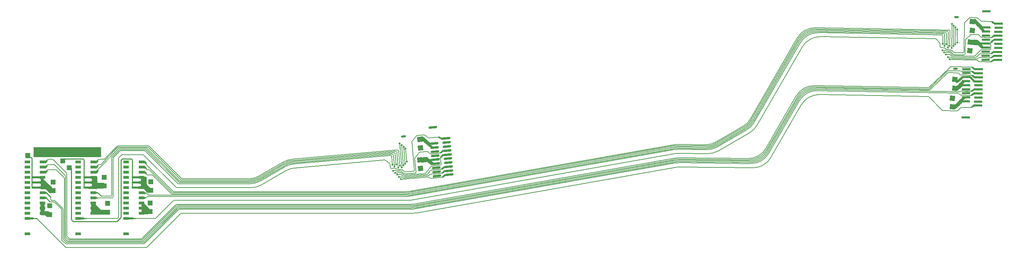
<source format=gbr>
*
G4_C Author: OrCAD GerbTool(tm) 8.1.1 Wed Jun 18 22:44:34 2003*
%LPD*%
%FSLAX34Y34*%
%MOIN*%
%AD*%
%AMD25R98*
20,1,0.025000,0.000000,-0.035000,0.000000,0.035000,98.600000*
%
%AMD10R98*
20,1,0.050000,-0.025000,0.000000,0.025000,0.000000,98.600000*
%
%AMD25R98N2*
20,1,0.025000,0.000000,-0.035000,0.000000,0.035000,98.600000*
%
%AMD10R98N2*
20,1,0.050000,-0.025000,0.000000,0.025000,0.000000,98.600000*
%
%AMD25R86*
20,1,0.025000,0.000000,-0.035000,0.000000,0.035000,86.080000*
%
%AMD10R86*
20,1,0.050000,-0.025000,0.000000,0.025000,0.000000,86.080000*
%
%AMD16R5*
20,1,0.025000,-0.035000,0.000000,0.035000,0.000000,5.450000*
%
%AMD10R5*
20,1,0.050000,-0.025000,0.000000,0.025000,0.000000,5.450000*
%
%AMD16R5N2*
20,1,0.025000,-0.035000,0.000000,0.035000,0.000000,5.450000*
%
%AMD10R5N2*
20,1,0.050000,-0.025000,0.000000,0.025000,0.000000,5.450000*
%
%AMD32R3*
20,1,0.025000,0.034920,-0.002390,-0.034920,0.002390,3.950000*
%
%AMD33R3*
20,1,0.050000,-0.001710,-0.024940,0.001710,0.024940,3.950000*
%
%AMD32R3N2*
20,1,0.025000,0.034920,-0.002390,-0.034920,0.002390,3.910000*
%
%AMD33R3N2*
20,1,0.050000,-0.001710,-0.024940,0.001710,0.024940,3.910000*
%
%AMD32R3N3*
20,1,0.025000,0.034920,-0.002390,-0.034920,0.002390,3.920000*
%
%AMD33R3N3*
20,1,0.050000,-0.001710,-0.024940,0.001710,0.024940,3.920000*
%
%AMD29R105*
20,1,0.022000,0.000000,-0.040000,0.000000,0.040000,105.000000*
%
%AMD54R105*
20,1,0.050000,-0.025000,0.000000,0.025000,0.000000,105.000000*
%
%AMD56R355*
20,1,0.022000,0.038640,0.010350,-0.038640,-0.010350,355.000000*
%
%AMD57R355*
20,1,0.050000,0.006470,-0.024150,-0.006470,0.024150,355.000000*
%
%AMD58R355*
20,1,0.022000,0.039400,0.006940,-0.039400,-0.006940,355.000000*
%
%AMD59R355*
20,1,0.050000,0.004340,-0.024620,-0.004340,0.024620,355.000000*
%
%AMD257R359*
20,1,0.022000,-0.040000,0.000000,0.040000,0.000000,359.000000*
%
%AMD54R359*
20,1,0.050000,-0.025000,0.000000,0.025000,0.000000,359.000000*
%
%AMD257R359N2*
20,1,0.022000,-0.040000,0.000000,0.040000,0.000000,359.000000*
%
%AMD54R359N2*
20,1,0.050000,-0.025000,0.000000,0.025000,0.000000,359.000000*
%
%AMD29R95*
20,1,0.022000,0.000000,-0.040000,0.000000,0.040000,95.000000*
%
%AMD54R95*
20,1,0.050000,-0.025000,0.000000,0.025000,0.000000,95.000000*
%
%AMD29R89*
20,1,0.022000,0.000000,-0.040000,0.000000,0.040000,89.000000*
%
%AMD54R89*
20,1,0.050000,-0.025000,0.000000,0.025000,0.000000,89.000000*
%
%AMD68R359*
20,1,0.022000,0.039990,-0.000700,-0.039990,0.000700,359.000000*
%
%AMD69R359*
20,1,0.050000,-0.000440,-0.025000,0.000440,0.025000,359.000000*
%
%AMD70R1*
20,1,0.022000,0.039970,-0.001400,-0.039970,0.001400,1.000000*
%
%AMD71R1*
20,1,0.050000,-0.000880,-0.024990,0.000880,0.024990,1.000000*
%
%AMD29R89N2*
20,1,0.022000,0.000000,-0.040000,0.000000,0.040000,89.000000*
%
%AMD54R89N2*
20,1,0.050000,-0.025000,0.000000,0.025000,0.000000,89.000000*
%
%ADD10R,0.050000X0.050000*%
%ADD11C,0.006000*%
%ADD12C,0.019000*%
%ADD13C,0.007900*%
%ADD14C,0.005000*%
%ADD15C,0.000800*%
%ADD16R,0.070000X0.025000*%
%ADD17R,0.068000X0.023000*%
%ADD18C,0.006000*%
%ADD19C,0.009800*%
%ADD20C,0.010000*%
%ADD21C,0.030000*%
%ADD22C,0.060000*%
%ADD23C,0.035000*%
%ADD24C,0.055000*%
%ADD25R,0.025000X0.070000*%
%ADD26C,0.010000*%
%ADD27R,0.029000X0.058000*%
%ADD28R,0.031000X0.060000*%
%ADD29R,0.022000X0.080000*%
%ADD30R,0.024000X0.082000*%
%ADD31D10R98N2*%
%ADD32D25R86*%
%ADD33D10R86*%
%ADD34D16R5*%
%ADD35D10R5*%
%ADD36D16R5N2*%
%ADD37D10R5N2*%
%ADD38D25R98N2*%
%ADD39D10R98N2*%
%ADD40D25R86*%
%ADD41D10R86*%
%ADD42D16R5*%
%ADD43D10R5*%
%ADD44D16R5N2*%
%ADD45D10R5N2*%
%ADD46D32R3*%
%ADD47D33R3*%
%ADD48R,0.070000X0.025000*%
%ADD49D33R3N2*%
%ADD50C,0.011000*%
%ADD51C,0.036000*%
%ADD52C,0.015000*%
%ADD53R,0.070000X0.025000*%
%ADD54R,0.050000X0.050000*%
%ADD55C,0.010000*%
%ADD56D29R105*%
%ADD57D54R105*%
%ADD58D56R355*%
%ADD59D57R355*%
%ADD60D58R355*%
%ADD61D59R355*%
%ADD62D257R359*%
%ADD63D54R359*%
%ADD64D257R359N2*%
%ADD65D54R359N2*%
%ADD66D29R95*%
%ADD67D54R95*%
%ADD68D29R89*%
%ADD69D54R89*%
%ADD70D68R359*%
%ADD71D69R359*%
%ADD72D70R1*%
%ADD73D71R1*%
%ADD74D29R89N2*%
%ADD75D54R89N2*%
%ADD256R,0.058000X0.029000*%
%ADD257R,0.080000X0.022000*%
G4_C OrCAD GerbTool Tool List *
G4_D50 1 0.0110 T 0 0*
G4_D51 3 0.0360 T 0 0*
G4_D52 2 0.0150 T 0 0*
G54D20*
G1X11805Y5867D2*
G1X12054Y5866D1*
G1X11804Y5367D2*
G1X12054Y5367D1*
G1X11579Y5367D2*
G54D11*
G1X12192Y5367D1*
G75*
G3X12262Y5395I0J100D1*
G74*
G1X12910Y7596D2*
G75*
G3X12839Y7626I-71J-71D1*
G74*
G1X15334Y4341D2*
G1X13867Y2874D1*
G1X13231Y3396D2*
G75*
G2X13162Y3367I-71J71D1*
G74*
G1X12042Y5867D2*
G1X11579Y5867D1*
G1X12473Y5956D2*
G54D12*
G1X11865Y6564D1*
G1X12471Y6170D2*
G1X11863Y6777D1*
G1X12584Y6250D2*
G1X11976Y6858D1*
G1X11865Y6423D2*
G1X11865Y7283D1*
G1X12055Y6476D2*
G1X12054Y7336D1*
G1X12212Y6476D2*
G1X12212Y7336D1*
G1X11342Y6868D2*
G1X12202Y6868D1*
G1X12788Y6091D2*
G1X12180Y6700D1*
G1X12499Y4292D2*
G1X11891Y4900D1*
G1X12535Y4101D2*
G1X11927Y4709D1*
G1X11927Y3895D2*
G1X11926Y4755D1*
G1X12430Y4018D2*
G1X12080Y4018D1*
G1X12399Y4144D2*
G1X12049Y4144D1*
G1X12387Y4331D2*
G1X12037Y4331D1*
G1X12369Y4414D2*
G1X12019Y4415D1*
G1X6203Y3367D2*
G1X5653Y3367D1*
G1X6500Y3366D2*
G54D20*
G1X6103Y3366D1*
G1X1568Y10063D2*
G54D10*
G1X7642Y10063D1*
G1X7642Y9606D2*
G1X1568Y9606D1*
G1X5226Y3068D2*
G75*
G54D19*
G2X5156Y3097I0J100D1*
G74*
G1X5037Y3216D1*
G75*
G2X5007Y3287I71J71D1*
G74*
G54D54*
G1X4151Y8970D3*
G1X5007Y3287D2*
G54D19*
G1X5007Y8268D1*
G54D54*
G1X4808Y8321D3*
G1X11302Y3368D2*
G54D20*
G1X10905Y3368D1*
G1X11004Y3368D2*
G54D12*
G1X10455Y3368D1*
G1X9515Y3397D2*
G75*
G54D11*
G2X9444Y3368I-71J71D1*
G74*
G1X9573Y3455D2*
G75*
G3X9602Y3525I-71J71D1*
G74*
G1X9602Y9226D1*
G75*
G2X9631Y9297I100J0D1*
G74*
G1X10001Y9176D2*
G75*
G54D19*
G3X9930Y9147I0J-100D1*
G74*
G1X9855Y9071D1*
G1X9826Y9000D2*
G75*
G2X9855Y9071I100J0D1*
G74*
G1X9826Y3508D2*
G1X9826Y9000D1*
G1X9796Y3438D2*
G75*
G3X9826Y3508I-71J71D1*
G74*
G1X9457Y3098D2*
G75*
G2X9386Y3069I-71J71D1*
G74*
G1X7069Y8762D2*
G54D11*
G1X7199Y8867D1*
G1X7070Y8974D1*
G1X7074Y8868D2*
G1X7199Y8867D1*
G1X7068Y8262D2*
G1X7198Y8368D1*
G1X7069Y8474D1*
G1X7073Y8368D2*
G1X7198Y8368D1*
G1X7071Y8973D2*
G1X7195Y8972D1*
G1X7071Y8956D2*
G1X7071Y8801D1*
G1X7202Y8867D2*
G1X7073Y8973D1*
G1X7077Y8867D2*
G1X7202Y8867D1*
G1X7203Y8867D2*
G1X7073Y8760D1*
G1X7055Y8473D2*
G1X7180Y8473D1*
G1X7076Y8368D2*
G1X7201Y8368D1*
G1X7071Y8457D2*
G1X7071Y8303D1*
G1X7071Y8262D2*
G1X7201Y8368D1*
G1X7199Y8368D2*
G1X7070Y8474D1*
G1X7079Y8867D2*
G1X7203Y8867D1*
G1X7071Y7763D2*
G1X7201Y7869D1*
G1X7031Y7974D2*
G1X7156Y7974D1*
G1X7076Y7869D2*
G1X7201Y7869D1*
G1X7071Y7974D1*
G1X7201Y7869D2*
G1X7076Y7869D1*
G1X7003Y5867D2*
G54D20*
G1X7253Y5867D1*
G1X6574Y6868D2*
G54D12*
G1X7434Y6868D1*
G1X7193Y6336D2*
G1X6669Y6336D1*
G1X7084Y6393D2*
G1X7085Y6852D1*
G1X7709Y3970D2*
G1X7035Y3970D1*
G1X7144Y3865D2*
G1X7145Y4324D1*
G1X7252Y6372D2*
G1X7253Y6831D1*
G1X7080Y6948D2*
G1X7081Y7407D1*
G1X7270Y6951D2*
G1X7270Y7410D1*
G1X7081Y7458D2*
G54D20*
G1X7331Y7458D1*
G1X7433Y6952D2*
G54D12*
G1X7432Y7411D1*
G1X7198Y7454D2*
G54D20*
G1X7448Y7454D1*
G1X8431Y3909D2*
G54D12*
G1X7755Y3909D1*
G1X8364Y4096D2*
G1X7689Y4096D1*
G1X7032Y3857D2*
G1X7032Y4316D1*
G1X7828Y4109D2*
G1X7038Y4899D1*
G1X7838Y3875D2*
G1X7048Y4666D1*
G1X7720Y3838D2*
G1X7046Y3838D1*
G1X8328Y3838D2*
G1X7652Y3838D1*
G1X7749Y4094D2*
G1X7073Y4094D1*
G1X7298Y4022D2*
G1X7297Y4481D1*
G1X7128Y4245D2*
G1X7129Y4704D1*
G1X7033Y4310D2*
G1X7033Y4769D1*
G1X6823Y6366D2*
G1X6273Y6366D1*
G1X6820Y6866D2*
G1X6270Y6866D1*
G1X6820Y7368D2*
G1X6270Y7368D1*
G1X1254Y3368D2*
G1X704Y3368D1*
G54D54*
G1X757Y9501D3*
G1X562Y9303D2*
G54D19*
G1X1073Y9303D1*
G75*
G2X1173Y9203I0J-100D1*
G74*
G1X1173Y6366D1*
G1X2054Y5868D2*
G54D20*
G1X2305Y5868D1*
G1X2054Y5368D2*
G1X2304Y5368D1*
G1X1974Y7379D2*
G54D12*
G1X3058Y6294D1*
G1X2135Y6393D2*
G1X2135Y6852D1*
G1X2142Y6741D2*
G1X2141Y7200D1*
G1X2748Y3786D2*
G1X2072Y3787D1*
G1X2760Y3971D2*
G1X2085Y3971D1*
G1X14952Y5988D2*
G75*
G54D11*
G2X14882Y6017I0J100D1*
G74*
G1X14810Y5897D2*
G75*
G3X14880Y5868I71J71D1*
G74*
G1X14799Y5748D2*
G75*
G2X14729Y5777I0J100D1*
G74*
G1X14934Y5099D2*
G1X13231Y3396D1*
G1X15004Y5128D2*
G75*
G3X14934Y5099I0J-100D1*
G74*
G1X15175Y4719D2*
G1X13828Y3373D1*
G1X15245Y4748D2*
G75*
G3X15175Y4719I0J-100D1*
G74*
G1X15233Y4599D2*
G75*
G2X15303Y4628I71J-71D1*
G74*
G1X15360Y4508D2*
G75*
G3X15290Y4479I0J-100D1*
G74*
G1X15352Y4359D2*
G75*
G2X15422Y4388I71J-71D1*
G74*
G1X15427Y4239D2*
G1X14018Y2828D1*
G1X15498Y4268D2*
G75*
G3X15427Y4239I0J-100D1*
G74*
G1X15623Y3859D2*
G75*
G2X15693Y3888I71J-71D1*
G74*
G1X12127Y938D2*
G1X15337Y4151D1*
G1X12057Y909D2*
G75*
G3X12127Y938I0J100D1*
G74*
G1X15352Y4359D2*
G1X12053Y1058D1*
G75*
G2X11983Y1029I-71J71D1*
G74*
G1X11990Y1178D2*
G1X15290Y4479D1*
G1X11920Y1149D2*
G75*
G3X11990Y1178I0J100D1*
G74*
G1X15233Y4599D2*
G1X11933Y1298D1*
G75*
G2X11863Y1269I-71J71D1*
G74*
G1X11875Y1418D2*
G1X15006Y4550D1*
G1X11805Y1389D2*
G75*
G3X11875Y1418I0J100D1*
G74*
G1X9888Y9554D2*
G1X9631Y9297D1*
G1X9958Y9583D2*
G75*
G3X9888Y9554I0J-100D1*
G74*
G1X9736Y9936D2*
G75*
G2X9806Y9965I71J-71D1*
G74*
G1X9664Y10056D2*
G75*
G2X9734Y10085I71J-71D1*
G74*
G1X9600Y10176D2*
G75*
G2X9670Y10205I71J-71D1*
G74*
G1X9543Y10296D2*
G75*
G2X9613Y10325I71J-71D1*
G74*
G1X9486Y10416D2*
G75*
G2X9556Y10445I71J-71D1*
G74*
G1X9486Y10416D2*
G1X8226Y9156D1*
G1X6193Y3367D2*
G1X9444Y3367D1*
G1X9514Y3396D2*
G1X9573Y3455D1*
G1X9444Y3367D2*
G75*
G3X9514Y3396I0J100D1*
G74*
G1X9796Y3438D2*
G54D19*
G1X9456Y3097D1*
G1X9386Y3068D2*
G1X5226Y3068D1*
G1X9456Y3097D2*
G75*
G2X9386Y3068I-71J71D1*
G74*
G1X11805Y1389D2*
G54D11*
G1X4856Y1389D1*
G75*
G2X4786Y1418I0J100D1*
G74*
G1X4757Y1269D2*
G1X11863Y1269D1*
G1X4686Y1298D2*
G75*
G3X4757Y1269I71J71D1*
G74*
G1X11920Y1149D2*
G1X4660Y1149D1*
G75*
G2X4590Y1178I0J100D1*
G74*
G1X4584Y1029D2*
G1X11983Y1029D1*
G1X4514Y1058D2*
G75*
G3X4584Y1029I71J71D1*
G74*
G1X12057Y909D2*
G1X4485Y909D1*
G75*
G2X4415Y938I0J100D1*
G74*
G1X4101Y1252D1*
G75*
G2X4072Y1322I71J71D1*
G74*
G1X4514Y1058D2*
G1X4221Y1351D1*
G75*
G2X4192Y1421I71J71D1*
G74*
G1X4590Y1178D2*
G1X4341Y1427D1*
G75*
G2X4312Y1497I71J71D1*
G74*
G1X4686Y1298D2*
G1X4461Y1525D1*
G75*
G2X4432Y1595I71J71D1*
G74*
G1X4786Y1418D2*
G1X4586Y1618D1*
G75*
G2X4557Y1688I71J71D1*
G74*
G1X4072Y4226D2*
G1X4072Y1322D1*
G1X4043Y4296D2*
G75*
G2X4072Y4226I-71J-71D1*
G74*
G1X4192Y1421D2*
G1X4192Y4276D1*
G75*
G3X4163Y4346I-100J0D1*
G74*
G1X3434Y5076D1*
G1X3363Y5105D2*
G75*
G2X3434Y5076I0J-100D1*
G74*
G1X4312Y1497D2*
G1X4312Y7272D1*
G75*
G3X4283Y7342I-100J0D1*
G74*
G1X4432Y7493D2*
G1X4432Y1595D1*
G1X4403Y7563D2*
G75*
G2X4432Y7493I-71J-71D1*
G74*
G1X4557Y1688D2*
G1X4557Y7725D1*
G75*
G3X4528Y7795I-100J0D1*
G74*
G1X4283Y7342D2*
G1X3531Y8094D1*
G75*
G3X3461Y8123I-71J-71D1*
G74*
G1X3370Y8594D2*
G1X4403Y7563D1*
G1X3300Y8623D2*
G75*
G2X3370Y8594I0J-100D1*
G74*
G1X4528Y7795D2*
G1X3224Y9099D1*
G75*
G3X3154Y9128I-71J-71D1*
G74*
G1X1154Y3367D2*
G54D20*
G1X1651Y3367D1*
G1X11621Y6366D2*
G54D12*
G1X10971Y6366D1*
G1X11619Y6867D2*
G1X10970Y6867D1*
G1X11621Y7366D2*
G1X10972Y7366D1*
G1X13162Y3367D2*
G54D11*
G1X11301Y3367D1*
G1X6224Y6366D2*
G54D19*
G1X6224Y9070D1*
G1X6124Y9170D2*
G1X4123Y9170D1*
G1X6224Y9070D2*
G75*
G3X6124Y9170I-100J0D1*
G74*
G1X4451Y558D2*
G54D11*
G1X1671Y3339D1*
G1X4521Y529D2*
G75*
G2X4451Y558I0J100D1*
G74*
G1X4521Y529D2*
G1X12252Y529D1*
G1X12322Y558D2*
G1X15623Y3859D1*
G1X12252Y529D2*
G75*
G3X12322Y558I0J100D1*
G74*
G1X12262Y5395D2*
G1X12344Y5478D1*
G75*
G2X12415Y5508I71J-70D1*
G74*
G54D256*
G1X11813Y3865D3*
G1X11814Y4366D3*
G1X11812Y4866D3*
G1X11812Y5366D3*
G1X11813Y5865D3*
G1X11813Y6365D3*
G1X11813Y6865D3*
G1X11812Y7366D3*
G1X11812Y7866D3*
G1X11812Y8367D3*
G1X11813Y8867D3*
G1X10344Y8868D3*
G1X10343Y8368D3*
G1X10342Y7867D3*
G1X10342Y7368D3*
G1X10342Y6868D3*
G1X10342Y6367D3*
G1X10343Y5867D3*
G1X10343Y5368D3*
G1X10342Y4867D3*
G1X10343Y4368D3*
G1X10342Y3868D3*
G1X10343Y3368D3*
G1X10341Y1868D3*
G1X12156Y7762D2*
G54D11*
G1X12282Y7763D1*
G1X12096Y7973D2*
G1X12226Y7866D1*
G1X12149Y7823D2*
G1X12275Y7823D1*
G1X12056Y7762D2*
G1X12181Y7762D1*
G1X12152Y7790D2*
G1X12278Y7790D1*
G1X12151Y7821D2*
G1X12281Y7715D1*
G1X12153Y7813D2*
G1X12154Y7921D1*
G1X12101Y7867D2*
G1X12226Y7866D1*
G1X12192Y7867D2*
G75*
G2X12292Y7767I0J-100D1*
G74*
G1X12292Y7712D1*
G1X12226Y7866D2*
G1X12096Y7761D1*
G1X12226Y7866D2*
G1X12102Y7867D1*
G1X12292Y7726D2*
G1X12292Y7670D1*
G1X12315Y7648D2*
G1X12116Y7809D1*
G1X12377Y7626D2*
G75*
G2X12315Y7648I0J101D1*
G74*
G1X12095Y8474D2*
G1X12224Y8367D1*
G1X12094Y8261D1*
G1X12114Y8291D2*
G1X12115Y8445D1*
G1X12152Y8313D2*
G1X12151Y8422D1*
G1X12099Y8368D2*
G1X12224Y8367D1*
G1X12081Y8262D2*
G1X12206Y8263D1*
G1X12155Y8314D2*
G1X12154Y8422D1*
G1X12102Y8368D2*
G1X12227Y8368D1*
G1X12146Y8288D2*
G1X12272Y8288D1*
G1X12098Y8474D2*
G1X12227Y8368D1*
G1X12293Y8268D2*
G1X12293Y8213D1*
G1X12152Y8313D2*
G1X12281Y8208D1*
G1X12117Y8291D2*
G1X12118Y8444D1*
G1X12193Y8367D2*
G75*
G2X12293Y8268I0J-100D1*
G74*
G1X12142Y8323D2*
G1X12267Y8323D1*
G1X12225Y8368D2*
G1X12095Y8261D1*
G1X12294Y8224D2*
G1X12294Y8169D1*
G1X12160Y8341D2*
G1X12290Y8235D1*
G1X12134Y8296D2*
G1X12324Y8142D1*
G75*
G3X12388Y8119I63J79D1*
G74*
G1X12095Y8973D2*
G1X12225Y8867D1*
G1X12095Y8761D1*
G1X12153Y8813D2*
G1X12152Y8921D1*
G1X12101Y8867D2*
G1X12225Y8867D1*
G1X12096Y8762D2*
G1X12221Y8762D1*
G1X12157Y8814D2*
G1X12156Y8922D1*
G1X12135Y8821D2*
G1X12260Y8822D1*
G1X12139Y8783D2*
G1X12263Y8783D1*
G1X12292Y8711D2*
G1X12162Y8817D1*
G1X12194Y8868D2*
G75*
G2X12294Y8768I0J-100D1*
G74*
G1X12167Y8809D2*
G1X12295Y8680D1*
G1X12228Y8868D2*
G1X12098Y8762D1*
G1X12104Y8867D2*
G1X12228Y8868D1*
G1X12229Y8868D2*
G1X12099Y8973D1*
G1X12285Y8752D2*
G1X12155Y8858D1*
G1X12296Y8715D2*
G1X12295Y8660D1*
G1X12270Y8777D2*
G1X12141Y8883D1*
G1X12105Y8867D2*
G1X12229Y8868D1*
G1X14882Y6017D2*
G1X12323Y8575D1*
G1X12294Y8646D2*
G1X12294Y8768D1*
G1X12323Y8575D2*
G75*
G2X12294Y8646I71J71D1*
G74*
G1X12112Y8794D2*
G1X12112Y8917D1*
G1X12296Y8654D2*
G1X12117Y8799D1*
G1X14810Y5897D2*
G1X12618Y8090D1*
G1X12548Y8119D2*
G1X12388Y8119D1*
G1X12618Y8090D2*
G75*
G3X12548Y8119I-71J-71D1*
G74*
G1X14729Y5777D2*
G1X12909Y7597D1*
G1X12839Y7626D2*
G1X12377Y7626D1*
G1X12909Y7597D2*
G75*
G3X12839Y7626I-71J-71D1*
G74*
G1X12009Y7910D2*
G1X12135Y7910D1*
G1X12136Y5368D2*
G54D12*
G1X11786Y5368D1*
G1X12161Y5859D2*
G1X11811Y5859D1*
G1X10923Y6367D2*
G54D19*
G1X10923Y9076D1*
G1X10823Y9176D2*
G1X10001Y9176D1*
G1X10923Y9076D2*
G75*
G3X10823Y9176I-100J0D1*
G74*
G1X12264Y5855D2*
G54D11*
G1X12139Y5855D1*
G1X12334Y5826D2*
G75*
G3X12264Y5855I-70J-71D1*
G74*
G1X12506Y5657D2*
G1X12334Y5826D1*
G1X12576Y5628D2*
G75*
G2X12506Y5657I0J100D1*
G74*
G1X11659Y3893D2*
G54D12*
G1X12419Y3893D1*
G1X11568Y6339D2*
G1X12338Y6339D1*
G1X12211Y7337D2*
G1X11695Y7337D1*
G54D54*
G1X12651Y4047D3*
G1X12650Y4887D3*
G1X12728Y6111D3*
G1X12727Y6951D3*
G54D256*
G1X7124Y3866D3*
G1X7125Y4367D3*
G1X7123Y4867D3*
G1X7123Y5367D3*
G1X7124Y5866D3*
G1X7124Y6366D3*
G1X7124Y6866D3*
G1X7123Y7367D3*
G1X5655Y8868D3*
G1X5654Y8368D3*
G1X5653Y7867D3*
G1X5653Y7368D3*
G1X5653Y6868D3*
G1X5653Y6367D3*
G1X5654Y5867D3*
G1X5654Y5368D3*
G1X5653Y4867D3*
G1X5654Y4368D3*
G1X5653Y3868D3*
G1X5654Y3368D3*
G1X5652Y1868D3*
G1X7409Y8945D2*
G54D11*
G1X7408Y8791D1*
G1X7445Y8921D2*
G1X7446Y8814D1*
G1X7407Y8445D2*
G1X7407Y8290D1*
G1X7444Y8422D2*
G1X7444Y8314D1*
G1X7621Y9104D2*
G1X7443Y8958D1*
G1X7684Y9127D2*
G75*
G3X7621Y9104I0J-101D1*
G74*
G1X7449Y8921D2*
G1X7450Y8813D1*
G1X7428Y8913D2*
G1X7553Y8913D1*
G1X7431Y8952D2*
G1X7556Y8952D1*
G1X7586Y9024D2*
G1X7456Y8918D1*
G1X7588Y8967D2*
G1X7587Y9026D1*
G1X7487Y8867D2*
G75*
G3X7588Y8967I0J100D1*
G74*
G1X7460Y8925D2*
G1X7589Y9055D1*
G1X7413Y8944D2*
G1X7412Y8790D1*
G1X7578Y8983D2*
G1X7448Y8877D1*
G1X7588Y9019D2*
G1X7588Y9075D1*
G1X7563Y8958D2*
G1X7433Y8851D1*
G1X7448Y8421D2*
G1X7447Y8314D1*
G1X7440Y8448D2*
G1X7564Y8447D1*
G1X7587Y8468D2*
G1X7586Y8523D1*
G1X7444Y8422D2*
G1X7575Y8527D1*
G1X7410Y8445D2*
G1X7410Y8291D1*
G1X7486Y8368D2*
G75*
G3X7587Y8468I0J100D1*
G74*
G1X7435Y8413D2*
G1X7560Y8413D1*
G1X7588Y8512D2*
G1X7587Y8566D1*
G1X7453Y8395D2*
G1X7583Y8501D1*
G1X7450Y7973D2*
G1X7575Y7973D1*
G1X7410Y7946D2*
G1X7411Y7791D1*
G1X7443Y7913D2*
G1X7569Y7913D1*
G1X7446Y7946D2*
G1X7571Y7946D1*
G1X7445Y7915D2*
G1X7575Y8021D1*
G1X7448Y7923D2*
G1X7447Y7815D1*
G1X7486Y7869D2*
G75*
G3X7587Y7969I0J100D1*
G74*
G1X7586Y8024D1*
G1X7427Y8440D2*
G1X7617Y8593D1*
G75*
G2X7681Y8617I64J-78D1*
G74*
G54D256*
G1X7123Y8367D3*
G1X7123Y8867D3*
G1X7123Y7866D3*
G1X7684Y9127D2*
G54D11*
G1X8154Y9127D1*
G1X8225Y9156D2*
G1X9406Y10336D1*
G1X8154Y9127D2*
G75*
G3X8225Y9156I0J100D1*
G74*
G1X9543Y10296D2*
G1X7894Y8646D1*
G1X7823Y8617D2*
G1X7681Y8617D1*
G1X7894Y8646D2*
G75*
G2X7823Y8617I-71J71D1*
G74*
G1X7586Y8010D2*
G1X7586Y8120D1*
G1X7615Y8190D2*
G1X9600Y10176D1*
G1X7586Y8120D2*
G75*
G2X7615Y8190I100J0D1*
G74*
G1X7577Y8112D2*
G1X7379Y7951D1*
G1X7564Y8056D2*
G1X7366Y7895D1*
G1X7418Y7784D2*
G1X7548Y7890D1*
G1X7386Y7756D2*
G1X7516Y7862D1*
G1X7423Y8287D2*
G1X7553Y8393D1*
G1X7383Y8254D2*
G1X7513Y8360D1*
G1X7418Y8782D2*
G1X7548Y8888D1*
G1X7389Y8757D2*
G1X7519Y8863D1*
G1X7573Y5367D2*
G54D20*
G1X7003Y5367D1*
G1X7103Y5367D2*
G54D12*
G1X7423Y5367D1*
G1X7433Y6850D2*
G1X7433Y7309D1*
G1X7433Y6808D2*
G1X7433Y6318D1*
G1X7573Y5866D2*
G54D20*
G1X7052Y5866D1*
G1X7128Y5866D2*
G54D12*
G1X7423Y5866D1*
G1X7879Y5561D2*
G54D20*
G1X7575Y5866D1*
G1X7950Y5532D2*
G75*
G54D11*
G2X7879Y5561I0J100D1*
G74*
G1X8820Y5532D2*
G1X7950Y5532D1*
G1X8920Y5632D2*
G75*
G2X8820Y5532I-100J0D1*
G74*
G1X7480Y5366D2*
G1X8970Y5366D1*
G75*
G3X9070Y5466I0J100D1*
G74*
G1X9070Y9229D1*
G1X9099Y9300D2*
G1X9736Y9936D1*
G1X9070Y9229D2*
G75*
G2X9099Y9300I100J0D1*
G74*
G1X8920Y5632D2*
G1X8920Y9271D1*
G1X8949Y9342D2*
G1X9664Y10056D1*
G1X8920Y9271D2*
G75*
G2X8949Y9342I100J0D1*
G74*
G54D54*
G1X8520Y3993D3*
G1X8519Y4833D3*
G1X8098Y6376D2*
G54D12*
G1X7528Y6376D1*
G1X8113Y6559D2*
G1X7543Y6559D1*
G1X8120Y6739D2*
G1X7550Y6739D1*
G54D54*
G1X8189Y6535D3*
G1X8188Y7375D3*
G54D256*
G1X2195Y3864D3*
G1X2196Y4365D3*
G1X2194Y4865D3*
G1X2194Y5365D3*
G1X2195Y5864D3*
G1X2195Y6364D3*
G1X2195Y6864D3*
G1X2194Y7365D3*
G1X725Y8867D3*
G1X724Y8367D3*
G1X723Y7866D3*
G1X723Y7367D3*
G1X723Y6867D3*
G1X723Y6366D3*
G1X724Y5866D3*
G1X724Y5367D3*
G1X723Y4866D3*
G1X724Y4367D3*
G1X723Y3867D3*
G1X724Y3367D3*
G1X723Y1866D3*
G1X2460Y8763D2*
G54D11*
G1X2590Y8869D1*
G1X2461Y8975D1*
G1X2480Y8946D2*
G1X2480Y8792D1*
G1X2518Y8922D2*
G1X2517Y8815D1*
G1X2465Y8869D2*
G1X2590Y8869D1*
G1X2459Y8263D2*
G1X2590Y8369D1*
G1X2459Y8474D1*
G1X2479Y8446D2*
G1X2480Y8291D1*
G1X2517Y8423D2*
G1X2516Y8315D1*
G1X2464Y8369D2*
G1X2590Y8369D1*
G1X2461Y8974D2*
G1X2586Y8974D1*
G1X2462Y8957D2*
G1X2463Y8802D1*
G1X2522Y8922D2*
G1X2521Y8813D1*
G1X2500Y8914D2*
G1X2625Y8914D1*
G1X2503Y8953D2*
G1X2629Y8953D1*
G1X2657Y9025D2*
G1X2528Y8919D1*
G1X2660Y8968D2*
G1X2660Y9027D1*
G1X2559Y8868D2*
G75*
G3X2660Y8968I0J100D1*
G74*
G1X2532Y8926D2*
G1X2661Y9056D1*
G1X2593Y8868D2*
G1X2463Y8974D1*
G1X2468Y8868D2*
G1X2593Y8868D1*
G1X2594Y8868D2*
G1X2464Y8761D1*
G1X2484Y8945D2*
G1X2484Y8791D1*
G1X2651Y8984D2*
G1X2521Y8878D1*
G1X2660Y9020D2*
G1X2660Y9076D1*
G1X2635Y8959D2*
G1X2505Y8852D1*
G1X2446Y8474D2*
G1X2571Y8474D1*
G1X2520Y8422D2*
G1X2519Y8315D1*
G1X2467Y8369D2*
G1X2592Y8369D1*
G1X2511Y8449D2*
G1X2636Y8448D1*
G1X2462Y8458D2*
G1X2463Y8304D1*
G1X2462Y8263D2*
G1X2592Y8369D1*
G1X2658Y8469D2*
G1X2658Y8524D1*
G1X2517Y8423D2*
G1X2647Y8528D1*
G1X2482Y8446D2*
G1X2483Y8292D1*
G1X2558Y8369D2*
G75*
G3X2658Y8469I0J100D1*
G74*
G1X2507Y8414D2*
G1X2633Y8414D1*
G1X2591Y8369D2*
G1X2460Y8474D1*
G1X2659Y8513D2*
G1X2659Y8568D1*
G1X2526Y8396D2*
G1X2656Y8502D1*
G1X2499Y8441D2*
G1X2629Y8547D1*
G1X2469Y8868D2*
G1X2594Y8868D1*
G1X2522Y7974D2*
G1X2648Y7974D1*
G1X2463Y7764D2*
G1X2593Y7870D1*
G1X2482Y7947D2*
G1X2483Y7792D1*
G1X2515Y7914D2*
G1X2641Y7914D1*
G1X2422Y7975D2*
G1X2547Y7975D1*
G1X2518Y7947D2*
G1X2644Y7947D1*
G1X2517Y7916D2*
G1X2647Y8022D1*
G1X2520Y7924D2*
G1X2519Y7816D1*
G1X2467Y7870D2*
G1X2593Y7870D1*
G1X2559Y7870D2*
G75*
G3X2658Y7970I0J100D1*
G74*
G1X2658Y8025D1*
G1X2593Y7870D2*
G1X2462Y7975D1*
G1X2593Y7870D2*
G1X2467Y7870D1*
G1X2657Y8011D2*
G1X2657Y8066D1*
G54D256*
G1X2194Y7865D3*
G1X2194Y8366D3*
G1X2194Y8866D3*
G1X2482Y7928D2*
G54D11*
G1X2693Y8101D1*
G1X2757Y8123D2*
G1X3461Y8123D1*
G1X2693Y8101D2*
G75*
G2X2757Y8123I63J-78D1*
G74*
G1X2558Y8488D2*
G1X2698Y8601D1*
G1X2761Y8623D2*
G1X3300Y8623D1*
G1X2698Y8601D2*
G75*
G2X2761Y8623I63J-78D1*
G74*
G1X2514Y8959D2*
G1X2693Y9106D1*
G1X2757Y9128D2*
G1X3154Y9128D1*
G1X2693Y9106D2*
G75*
G2X2757Y9128I63J-78D1*
G74*
G1X2023Y6867D2*
G54D12*
G1X1219Y6867D1*
G1X2023Y6366D2*
G1X1219Y6366D1*
G1X2023Y7367D2*
G1X1219Y7367D1*
G1X2774Y6314D2*
G1X2099Y6314D1*
G1X2815Y6499D2*
G1X2140Y6499D1*
G1X4043Y4296D2*
G54D11*
G1X3386Y4953D1*
G75*
G3X3316Y4982I-71J-71D1*
G74*
G1X2154Y5368D2*
G54D12*
G1X2534Y5368D1*
G1X2534Y5868D2*
G1X2154Y5868D1*
G1X2561Y5868D2*
G54D19*
G1X2985Y5444D1*
G1X3316Y4982D2*
G54D11*
G1X2980Y4982D1*
G1X2910Y5011D2*
G54D19*
G1X2554Y5367D1*
G1X2980Y4982D2*
G75*
G54D11*
G2X2910Y5011I0J100D1*
G74*
G1X3363Y5105D2*
G1X3099Y5105D1*
G1X2999Y5205D2*
G1X2999Y5442D1*
G1X3099Y5105D2*
G75*
G2X2999Y5205I0J100D1*
G74*
G54D54*
G1X2907Y3758D3*
G1X2906Y4598D3*
G1X3226Y6062D3*
G1X3225Y6902D3*
G1X2970Y6314D2*
G54D12*
G1X2295Y6314D1*
G1X2694Y6645D2*
G1X2144Y6645D1*
G1X2498Y6384D2*
G1X2976Y5907D1*
G1X2565Y6530D2*
G1X3042Y6053D1*
G1X2084Y3829D2*
G1X2084Y4828D1*
G1X2194Y3866D2*
G1X2194Y4828D1*
G1X2311Y3789D2*
G1X2311Y4828D1*
G1X2180Y4080D2*
G1X2657Y3603D1*
G1X9556Y10445D2*
G54D11*
G1X12498Y10445D1*
G75*
G2X12569Y10416I0J-100D1*
G74*
G1X9613Y10325D2*
G1X12399Y10325D1*
G75*
G2X12470Y10296I0J-100D1*
G74*
G1X12297Y10205D2*
G1X9670Y10205D1*
G1X12368Y10176D2*
G75*
G3X12297Y10205I-71J-71D1*
G74*
G1X9734Y10085D2*
G1X12221Y10085D1*
G75*
G2X12292Y10056I0J-100D1*
G74*
G1X12122Y9965D2*
G1X9806Y9965D1*
G1X12193Y9936D2*
G75*
G3X12122Y9965I-71J-71D1*
G74*
G1X9958Y9583D2*
G1X11955Y9583D1*
G75*
G2X12025Y9554I0J-100D1*
G74*
G1X15181Y6397D1*
G1X15252Y6368D2*
G75*
G2X15181Y6397I0J100D1*
G74*
G1X12569Y10416D2*
G1X15718Y7257D1*
G75*
G3X15789Y7228I71J71D1*
G74*
G1X15620Y7137D2*
G1X12470Y10296D1*
G1X15691Y7108D2*
G75*
G2X15620Y7137I0J100D1*
G74*
G1X12368Y10176D2*
G1X15525Y7017D1*
G75*
G3X15596Y6988I71J71D1*
G74*
G1X15449Y6897D2*
G1X12292Y10056D1*
G1X15520Y6868D2*
G75*
G2X15449Y6897I0J100D1*
G74*
G1X12193Y9936D2*
G1X15350Y6777D1*
G75*
G3X15421Y6748I71J71D1*
G74*
G1X70813Y9204D2*
G75*
G3X72566Y10204I20J1996D1*
G74*
G1X72635Y10083D2*
G75*
G2X70882Y9083I-1733J1001D1*
G74*
G1X70951Y8963D2*
G75*
G3X72704Y9963I20J1996D1*
G74*
G1X72773Y9842D2*
G75*
G2X71020Y8842I-1733J1001D1*
G74*
G1X71089Y8721D2*
G75*
G3X72842Y9721I20J1996D1*
G74*
G1X73041Y9307D2*
G75*
G2X71288Y8307I-1733J1001D1*
G74*
G1X66678Y10549D2*
G75*
G3X67699Y10817I20J2009D1*
G74*
G1X70321Y12331D1*
G75*
G3X71053Y13063I-996J1725D1*
G74*
G1X71141Y12975D2*
G75*
G2X70409Y12243I-1725J996D1*
G74*
G1X67731Y10697D1*
G75*
G2X66710Y10429I-1001J1734D1*
G74*
G1X66741Y10309D2*
G75*
G3X67762Y10577I20J2009D1*
G74*
G1X70497Y12155D1*
G75*
G3X71229Y12887I-996J1725D1*
G74*
G1X71317Y12799D2*
G75*
G2X70584Y12067I-1725J996D1*
G74*
G1X67794Y10456D1*
G75*
G2X66773Y10188I-1001J1734D1*
G74*
G1X66804Y10068D2*
G75*
G3X67825Y10336I22J2006D1*
G74*
G1X70672Y11980D1*
G75*
G3X71404Y12712I-996J1725D1*
G74*
G1X71683Y12434D2*
G75*
G2X70951Y11701I-1725J996D1*
G74*
G1X67922Y9953D1*
G75*
G2X66901Y9685I-1001J1734D1*
G74*
G1X71288Y8307D2*
G1X64134Y8382D1*
G75*
G3X63766Y8352I-20J-2036D1*
G74*
G1X64099Y8794D2*
G1X71089Y8721D1*
G1X63731Y8764D2*
G75*
G2X64099Y8794I348J-1971D1*
G74*
G1X64093Y8915D2*
G1X71020Y8842D1*
G1X63725Y8884D2*
G75*
G2X64093Y8915I348J-1971D1*
G74*
G1X70951Y8963D2*
G1X64081Y9035D1*
G75*
G3X63713Y9004I-20J-2036D1*
G74*
G1X64069Y9155D2*
G1X70882Y9083D1*
G1X63701Y9125D2*
G75*
G2X64069Y9155I348J-1971D1*
G74*
G1X70813Y9204D2*
G1X64060Y9275D1*
G75*
G3X63692Y9245I-20J-2036D1*
G74*
G1X66901Y9685D2*
G1X64023Y9715D1*
G75*
G3X63655Y9685I-20J-2036D1*
G74*
G1X63991Y10098D2*
G1X66804Y10068D1*
G1X63623Y10067D2*
G75*
G2X63991Y10098I348J-1972D1*
G74*
G1X66773Y10188D2*
G1X63981Y10218D1*
G75*
G3X63613Y10187I-20J-2036D1*
G74*
G1X63972Y10338D2*
G1X66741Y10309D1*
G1X63604Y10308D2*
G75*
G2X63972Y10338I348J-1971D1*
G74*
G1X66710Y10429D2*
G1X63963Y10458D1*
G75*
G3X63595Y10428I-20J-2036D1*
G74*
G1X63953Y10578D2*
G1X66678Y10549D1*
G1X63584Y10548D2*
G75*
G2X63953Y10578I348J-1972D1*
G74*
G1X38624Y3919D2*
G75*
G2X38277Y3888I-347J1966D1*
G74*
G1X15498Y4268D2*
G1X38059Y4268D1*
G1X38406Y4299D2*
G1X63731Y8764D1*
G1X38059Y4268D2*
G75*
G3X38406Y4299I0J2033D1*
G74*
G1X63766Y8352D2*
G1X38624Y3919D1*
G1X38277Y3888D2*
G1X15693Y3888D1*
G1X38624Y3919D2*
G75*
G2X38277Y3888I-347J1966D1*
G74*
G1X15422Y4388D2*
G1X38048Y4388D1*
G1X38395Y4419D2*
G1X63725Y8884D1*
G1X38048Y4388D2*
G75*
G3X38395Y4419I0J2033D1*
G74*
G1X63713Y9004D2*
G1X38385Y4539D1*
G1X38038Y4508D2*
G1X15360Y4508D1*
G1X38385Y4539D2*
G75*
G2X38038Y4508I-347J1966D1*
G74*
G1X15303Y4628D2*
G1X38028Y4628D1*
G1X38375Y4659D2*
G1X63701Y9125D1*
G1X38028Y4628D2*
G75*
G3X38375Y4659I0J2033D1*
G74*
G1X63692Y9245D2*
G1X38364Y4779D1*
G1X38017Y4748D2*
G1X15245Y4748D1*
G1X38364Y4779D2*
G75*
G2X38017Y4748I-347J1966D1*
G74*
G1X15004Y5128D2*
G1X37639Y5128D1*
G1X37986Y5159D2*
G1X63655Y9685D1*
G1X37639Y5128D2*
G75*
G3X37986Y5159I0J2033D1*
G74*
G1X63623Y10067D2*
G1X37941Y5539D1*
G1X37594Y5508D2*
G1X12415Y5508D1*
G1X37941Y5539D2*
G75*
G2X37594Y5508I-347J1966D1*
G74*
G1X12576Y5628D2*
G1X37583Y5628D1*
G1X37930Y5659D2*
G1X63613Y10187D1*
G1X37583Y5628D2*
G75*
G3X37930Y5659I0J2033D1*
G74*
G1X63604Y10308D2*
G1X37920Y5779D1*
G1X37573Y5748D2*
G1X14799Y5748D1*
G1X37920Y5779D2*
G75*
G2X37573Y5748I-347J1966D1*
G74*
G1X14880Y5868D2*
G1X37562Y5868D1*
G1X37909Y5899D2*
G1X63595Y10428D1*
G1X37562Y5868D2*
G75*
G3X37909Y5899I0J2033D1*
G74*
G1X63584Y10548D2*
G1X37899Y6019D1*
G1X37552Y5988D2*
G1X14952Y5988D1*
G1X37899Y6019D2*
G75*
G2X37552Y5988I-347J1966D1*
G74*
G1X23248Y7496D2*
G75*
G2X22248Y7228I-1000J1732D1*
G74*
G1X15789Y7228D1*
G1X22248Y7228D2*
G75*
G3X23248Y7496I0J2008D1*
G74*
G1X22280Y7108D2*
G1X15691Y7108D1*
G1X23280Y7376D2*
G75*
G2X22280Y7108I-1000J1732D1*
G74*
G1X15596Y6988D2*
G1X22313Y6988D1*
G75*
G3X23313Y7256I0J2008D1*
G74*
G1X22345Y6868D2*
G1X15520Y6868D1*
G1X23345Y7136D2*
G75*
G2X22345Y6868I-1000J1732D1*
G74*
G1X15421Y6748D2*
G1X22377Y6748D1*
G75*
G3X23377Y7016I0J2008D1*
G74*
G1X22479Y6368D2*
G1X15252Y6368D1*
G1X23479Y6636D2*
G75*
G2X22479Y6368I-1000J1732D1*
G74*
G1X36174Y9403D2*
G75*
G3X36066Y9494I-100J-9D1*
G74*
G54D12*
G1X36796Y8312D3*
G1X37062Y7259D2*
G54D11*
G1X37067Y7207D1*
G1X35567Y9038D2*
G75*
G3X35494Y9060I-65J-77D1*
G74*
G1X35951Y8716D2*
G1X35567Y9038D1*
G1X35986Y8648D2*
G75*
G3X35951Y8716I-100J-9D1*
G74*
G54D12*
G1X37067Y7206D3*
G1X39815Y10682D2*
G1X39494Y10952D1*
G1X39558Y10903D2*
G1X39236Y11173D1*
G1X39450Y10997D2*
G1X39128Y11267D1*
G1X39501Y10741D2*
G1X39179Y11011D1*
G1X39789Y10500D2*
G1X39467Y10770D1*
G1X40099Y10323D2*
G1X39777Y10593D1*
G1X40033Y10297D2*
G1X39711Y10567D1*
G1X40147Y8756D2*
G1X39826Y9026D1*
G1X40067Y8730D2*
G1X39746Y9000D1*
G1X40080Y8737D2*
G1X39758Y9007D1*
G1X39844Y8924D2*
G1X39522Y9194D1*
G1X39960Y7271D2*
G75*
G54D11*
G2X39887Y7294I-9J100D1*
G74*
G1X39997Y8068D2*
G75*
G3X39929Y8033I9J-100D1*
G74*
G1X39997Y8432D2*
G75*
G2X40065Y8468I77J-65D1*
G74*
G1X39957Y9648D2*
G1X40666Y9710D1*
G1X39884Y9670D2*
G75*
G3X39957Y9648I65J77D1*
G74*
G1X40065Y8468D2*
G1X40859Y8537D1*
G75*
G3X40950Y8645I-9J100D1*
G74*
G1X39760Y11211D2*
G75*
G2X39687Y11235I-9J100D1*
G74*
G1X38919Y9828D2*
G1X39583Y9886D1*
G1X39656Y9862D2*
G1X39884Y9670D1*
G1X39583Y9886D2*
G75*
G2X39656Y9862I9J-99D1*
G74*
G1X39687Y11235D2*
G1X39384Y11488D1*
G75*
G3X39312Y11512I-65J-77D1*
G74*
G1X38423Y7780D2*
G75*
G3X38514Y7888I-9J100D1*
G74*
G1X38836Y9791D2*
G75*
G2X38904Y9827I77J-64D1*
G74*
G1X38514Y7888D2*
G1X38397Y9219D1*
G1X38420Y9291D2*
G1X38836Y9791D1*
G1X38397Y9219D2*
G75*
G2X38420Y9291I100J9D1*
G74*
G1X39456Y9257D2*
G54D12*
G1X39038Y9221D1*
G1X39858Y8999D2*
G1X39536Y9269D1*
G1X39340Y9154D2*
G1X38921Y9117D1*
G1X40183Y9075D2*
G1X39764Y9039D1*
G1X36941Y10665D2*
G54D11*
G1X36985Y10167D1*
G1X37320Y10346D2*
G1X37364Y9848D1*
G1X36972Y10317D2*
G1X37145Y8342D1*
G1X37321Y10348D2*
G1X37463Y8721D1*
G54D12*
G1X37621Y8911D3*
G1X37462Y8722D3*
G1X37303Y8532D3*
G1X37144Y8342D3*
G1X36942Y10665D3*
G1X37132Y10506D3*
G1X37321Y10347D3*
G1X37511Y10187D3*
G1X37510Y10187D2*
G54D11*
G1X37621Y8911D1*
G1X36338Y9538D2*
G75*
G3X36230Y9629I-100J-9D1*
G74*
G1X36503Y9673D2*
G75*
G3X36394Y9764I-100J-9D1*
G74*
G1X36666Y9808D2*
G75*
G3X36557Y9899I-100J-9D1*
G74*
G1X36829Y9942D2*
G75*
G3X36721Y10033I-100J-9D1*
G74*
G1X37132Y10506D2*
G1X37304Y8531D1*
G54D12*
G1X36432Y8457D3*
G1X36432Y8457D2*
G54D11*
G1X36338Y9538D1*
G1X36548Y8244D2*
G75*
G3X36475Y8267I-65J-77D1*
G74*
G1X36122Y8236D1*
G1X36014Y8327D2*
G1X35986Y8648D1*
G1X36122Y8236D2*
G75*
G2X36014Y8327I-9J100D1*
G74*
G54D12*
G1X36243Y8617D3*
G1X36243Y8617D2*
G54D11*
G1X36174Y9403D1*
G1X36796Y8312D2*
G1X36666Y9808D1*
G1X36954Y8503D2*
G1X36828Y9942D1*
G54D12*
G1X36954Y8503D3*
G1X36502Y9673D2*
G54D11*
G1X36591Y8647D1*
G54D12*
G1X36591Y8647D3*
G1X37473Y7904D2*
G75*
G54D11*
G2X37399Y7927I-9J100D1*
G74*
G1X38423Y7780D2*
G1X37469Y7696D1*
G75*
G2X37395Y7719I-9J100D1*
G74*
G1X37399Y7927D2*
G1X37181Y8111D1*
G75*
G3X37108Y8134I-65J-77D1*
G74*
G54D12*
G1X36678Y7636D3*
G1X37108Y8134D2*
G54D11*
G1X36761Y8103D1*
G1X36688Y8127D2*
G1X36548Y8244D1*
G1X36761Y8103D2*
G75*
G2X36688Y8127I-9J100D1*
G74*
G54D12*
G1X36487Y7814D3*
G1X37424Y7573D2*
G75*
G54D11*
G2X37351Y7596I-9J100D1*
G74*
G1X37065Y7836D1*
G75*
G3X36993Y7858I-65J-77D1*
G74*
G1X37326Y7322D2*
G75*
G2X37251Y7346I-9J100D1*
G74*
G1X36993Y7858D2*
G1X36487Y7814D1*
G1X37395Y7719D2*
G1X37096Y7970D1*
G75*
G3X37024Y7994I-65J-77D1*
G74*
G1X36877Y7372D2*
G1X36875Y7395D1*
G54D12*
G1X36875Y7395D3*
G1X37251Y7346D2*
G54D11*
G1X37197Y7393D1*
G1X37123Y7417D2*
G1X36884Y7396D1*
G1X37197Y7393D2*
G75*
G3X37123Y7417I-66J-76D1*
G74*
G54D12*
G1X36293Y8014D3*
G1X37024Y7994D2*
G54D11*
G1X36730Y7968D1*
G75*
G2X36657Y7992I-9J100D1*
G74*
G1X36294Y8015D2*
G1X36556Y8038D1*
G1X36631Y8014D2*
G1X36657Y7992D1*
G1X36556Y8038D2*
G75*
G2X36631Y8014I9J-101D1*
G74*
G1X37384Y7448D2*
G75*
G2X37311Y7471I-9J100D1*
G74*
G1X37105Y7644D1*
G1X37032Y7667D2*
G1X36678Y7636D1*
G1X37105Y7644D2*
G75*
G3X37032Y7667I-65J-77D1*
G74*
G1X37424Y7573D2*
G1X39384Y7744D1*
G1X39451Y7779D2*
G1X39997Y8432D1*
G1X39384Y7744D2*
G75*
G3X39451Y7779I-9J100D1*
G74*
G1X39929Y8033D2*
G1X39628Y7673D1*
G1X39561Y7638D2*
G1X37384Y7448D1*
G1X39628Y7673D2*
G75*
G2X39561Y7638I-77J65D1*
G74*
G1X39887Y7294D2*
G1X39776Y7387D1*
G1X39703Y7410D2*
G1X37069Y7180D1*
G1X39776Y7387D2*
G75*
G3X39703Y7410I-65J-77D1*
G74*
G1X39911Y7667D2*
G75*
G3X39845Y7633I9J-101D1*
G74*
G1X39787Y7566D1*
G1X39720Y7532D2*
G1X37326Y7322D1*
G1X39787Y7566D2*
G75*
G2X39720Y7532I-76J66D1*
G74*
G1X38285Y7976D2*
G1X37473Y7904D1*
G1X38376Y8084D2*
G75*
G2X38285Y7976I-100J-9D1*
G74*
G1X38376Y8084D2*
G1X38134Y10853D1*
G75*
G2X38157Y10926I100J9D1*
G74*
G54D66*
G1X41756Y7631D3*
G1X41721Y8024D3*
G1X41687Y8416D3*
G1X41653Y8807D3*
G1X41618Y9200D3*
G1X41584Y9591D3*
G1X41550Y9984D3*
G1X41515Y10376D3*
G1X41481Y10769D3*
G1X41447Y11160D3*
G1X40559Y7526D3*
G1X40525Y7919D3*
G1X40491Y8310D3*
G1X40456Y8703D3*
G1X40422Y9095D3*
G1X40388Y9487D3*
G1X40353Y9879D3*
G1X40319Y10272D3*
G1X40285Y10664D3*
G1X40148Y12231D3*
G1X40991Y11206D2*
G54D11*
G1X40867Y11195D1*
G1X40842Y11224D2*
G1X40981Y11129D1*
G1X40859Y11200D2*
G1X40998Y11106D1*
G1X40834Y11207D2*
G1X40829Y11267D1*
G1X40965Y11177D2*
G1X40826Y11295D1*
G1X40872Y11285D2*
G1X40920Y11252D1*
G1X40806Y11301D2*
G75*
G2X40872Y11285I9J-101D1*
G74*
G1X40874Y11284D2*
G1X40980Y11212D1*
G1X40808Y11301D2*
G75*
G2X40874Y11284I9J-100D1*
G74*
G1X40773Y11297D2*
G1X40912Y11203D1*
G1X40765Y11292D2*
G1X40903Y11204D1*
G1X41062Y11207D2*
G1X40938Y11196D1*
G1X40916Y11140D2*
G1X41054Y11046D1*
G1X41022Y11091D2*
G1X41016Y11165D1*
G1X40829Y11198D2*
G1X40968Y11103D1*
G1X40701Y11285D2*
G1X40840Y11190D1*
G1X41108Y9859D2*
G1X40983Y9848D1*
G1X40964Y9815D2*
G1X41085Y9932D1*
G1X40977Y9841D2*
G1X41097Y9958D1*
G1X40954Y9830D2*
G1X40959Y9770D1*
G1X41077Y9882D2*
G1X40961Y9742D1*
G1X41004Y9760D2*
G1X41046Y9801D1*
G1X40942Y9733D2*
G75*
G3X41004Y9760I-9J101D1*
G74*
G1X41006Y9761D2*
G1X41098Y9851D1*
G1X40944Y9733D2*
G75*
G3X41006Y9761I-9J100D1*
G74*
G1X40909Y9731D2*
G1X41030Y9848D1*
G1X40900Y9733D2*
G1X41021Y9844D1*
G1X41178Y9870D2*
G1X41054Y9859D1*
G1X41022Y9910D2*
G1X41142Y10027D1*
G1X41120Y9977D2*
G1X41126Y9903D1*
G1X40948Y9839D2*
G1X41068Y9956D1*
G1X40837Y9731D2*
G1X40957Y9848D1*
G1X41142Y9466D2*
G1X41018Y9455D1*
G1X40999Y9423D2*
G1X41119Y9539D1*
G1X41011Y9449D2*
G1X41132Y9566D1*
G1X40988Y9438D2*
G1X40993Y9378D1*
G1X41111Y9490D2*
G1X40995Y9350D1*
G1X41039Y9368D2*
G1X41080Y9409D1*
G1X41040Y9369D2*
G1X41132Y9458D1*
G1X40944Y9338D2*
G1X41064Y9455D1*
G1X40935Y9341D2*
G1X41055Y9452D1*
G1X41213Y9477D2*
G1X41088Y9467D1*
G1X41057Y9518D2*
G1X41177Y9635D1*
G1X41153Y9585D2*
G1X41160Y9511D1*
G1X40982Y9446D2*
G1X41102Y9563D1*
G1X41246Y8291D2*
G1X41122Y8280D1*
G1X41102Y8247D2*
G1X41223Y8364D1*
G1X41115Y8273D2*
G1X41235Y8390D1*
G1X41092Y8262D2*
G1X41097Y8203D1*
G1X41215Y8314D2*
G1X41099Y8175D1*
G1X41142Y8192D2*
G1X41184Y8233D1*
G1X41081Y8165D2*
G75*
G3X41142Y8192I-9J101D1*
G74*
G1X41144Y8194D2*
G1X41236Y8283D1*
G1X41083Y8165D2*
G75*
G3X41144Y8194I-9J100D1*
G74*
G1X41048Y8163D2*
G1X41168Y8280D1*
G1X41038Y8166D2*
G1X41159Y8277D1*
G1X41317Y8302D2*
G1X41193Y8291D1*
G1X41160Y8343D2*
G1X41281Y8459D1*
G1X41258Y8409D2*
G1X41264Y8336D1*
G1X41086Y8271D2*
G1X41207Y8388D1*
G1X40975Y8163D2*
G1X41096Y8280D1*
G1X41281Y7900D2*
G1X41157Y7889D1*
G1X41138Y7857D2*
G1X41258Y7974D1*
G1X41150Y7883D2*
G1X41271Y8000D1*
G1X41127Y7872D2*
G1X41132Y7812D1*
G1X41250Y7924D2*
G1X41134Y7784D1*
G1X41178Y7802D2*
G1X41219Y7843D1*
G1X41116Y7774D2*
G75*
G3X41178Y7802I-9J101D1*
G74*
G1X41179Y7803D2*
G1X41271Y7892D1*
G1X41118Y7775D2*
G75*
G3X41179Y7803I-9J100D1*
G74*
G1X41083Y7773D2*
G1X41203Y7890D1*
G1X41074Y7775D2*
G1X41194Y7886D1*
G1X41352Y7912D2*
G1X41227Y7901D1*
G1X41195Y7952D2*
G1X41315Y8069D1*
G1X41292Y8019D2*
G1X41299Y7945D1*
G1X41121Y7879D2*
G1X41241Y7996D1*
G1X41010Y7771D2*
G1X41130Y7888D1*
G1X41315Y7506D2*
G1X41190Y7495D1*
G1X41171Y7462D2*
G1X41291Y7579D1*
G1X41184Y7488D2*
G1X41304Y7605D1*
G1X41161Y7477D2*
G1X41166Y7418D1*
G1X41284Y7529D2*
G1X41167Y7390D1*
G1X41211Y7407D2*
G1X41253Y7448D1*
G1X41149Y7380D2*
G75*
G3X41211Y7407I-9J101D1*
G74*
G1X41213Y7409D2*
G1X41305Y7498D1*
G1X41151Y7380D2*
G75*
G3X41213Y7409I-9J100D1*
G74*
G1X41116Y7378D2*
G1X41237Y7495D1*
G1X41107Y7381D2*
G1X41228Y7492D1*
G1X41385Y7517D2*
G1X41261Y7506D1*
G1X41229Y7558D2*
G1X41349Y7674D1*
G1X41326Y7624D2*
G1X41332Y7550D1*
G1X41155Y7486D2*
G1X41275Y7603D1*
G1X41044Y7378D2*
G1X41164Y7495D1*
G1X41171Y7377D2*
G1X39960Y7271D1*
G1X41136Y7774D2*
G1X39911Y7667D1*
G1X41102Y8165D2*
G1X39997Y8068D1*
G1X40964Y9736D2*
G1X40265Y9675D1*
G1X40950Y8645D2*
G1X40892Y9308D1*
G1X40922Y9388D2*
G1X40991Y9455D1*
G1X40892Y9308D2*
G75*
G2X40922Y9388I99J9D1*
G74*
G1X40942Y9273D2*
G1X41063Y9390D1*
G1X40905Y9237D2*
G1X41026Y9354D1*
G1X40911Y9277D2*
G1X41031Y9394D1*
G1X40827Y11305D2*
G1X39760Y11211D1*
G1X40191Y9090D2*
G54D12*
G1X39772Y9053D1*
G1X39445Y8949D2*
G1X39027Y8913D1*
G1X39726Y8974D2*
G1X39307Y8937D1*
G1X39528Y9101D2*
G1X39110Y9065D1*
G1X39600Y9011D2*
G1X40060Y8653D1*
G54D67*
G1X38955Y8234D3*
G1X38881Y9071D3*
G1X38969Y10242D3*
G1X38894Y11078D3*
G1X39450Y10897D2*
G54D12*
G1X39128Y11167D1*
G1X38157Y10926D2*
G54D11*
G1X38568Y11417D1*
G1X38635Y11452D2*
G1X39312Y11512D1*
G1X38568Y11417D2*
G75*
G2X38635Y11452I77J-65D1*
G74*
G1X37455Y11372D2*
G54D12*
G1X37173Y11347D1*
G1X89760Y21149D2*
G75*
G54D11*
G3X89662Y21251I-100J2D1*
G74*
G54D12*
G1X90265Y19999D3*
G1X90419Y18924D2*
G54D11*
G1X90418Y18872D1*
G1X89119Y20849D2*
G75*
G3X89048Y20879I-72J-70D1*
G74*
G1X89466Y20489D2*
G1X89119Y20849D1*
G1X89494Y20418D2*
G75*
G3X89466Y20489I-100J2D1*
G74*
G54D12*
G1X90418Y18871D3*
G1X93515Y22041D2*
G1X93223Y22343D1*
G1X93282Y22287D2*
G1X92991Y22589D1*
G1X93184Y22391D2*
G1X92892Y22694D1*
G1X93209Y22132D2*
G1X92917Y22434D1*
G1X93470Y21862D2*
G1X93178Y22165D1*
G1X93759Y21653D2*
G1X93468Y21955D1*
G1X93691Y21634D2*
G1X93399Y21937D1*
G1X93644Y20090D2*
G1X93352Y20392D1*
G1X93562Y20072D2*
G1X93270Y20375D1*
G1X93575Y20078D2*
G1X93283Y20380D1*
G1X93360Y20289D2*
G1X93068Y20591D1*
G1X93303Y18633D2*
G75*
G54D11*
G2X93232Y18663I2J100D1*
G74*
G1X93422Y19422D2*
G75*
G3X93351Y19394I-2J-100D1*
G74*
G1X93461Y19784D2*
G75*
G2X93532Y19812I70J-72D1*
G74*
G1X93548Y20997D2*
G1X94260Y20984D1*
G1X93477Y21027D2*
G75*
G3X93548Y20997I72J70D1*
G74*
G1X93532Y19812D2*
G1X94329Y19798D1*
G75*
G3X94431Y19896I2J100D1*
G74*
G1X93515Y22573D2*
G75*
G2X93445Y22604I2J100D1*
G74*
G1X92535Y21285D2*
G1X93201Y21273D1*
G1X93271Y21242D2*
G1X93477Y21027D1*
G1X93201Y21273D2*
G75*
G2X93271Y21242I-2J-99D1*
G74*
G1X93445Y22604D2*
G1X93171Y22887D1*
G75*
G3X93101Y22918I-72J-70D1*
G74*
G1X91827Y19300D2*
G75*
G3X91929Y19398I2J100D1*
G74*
G1X92448Y21257D2*
G75*
G2X92520Y21285I70J-71D1*
G74*
G1X91929Y19398D2*
G1X91952Y20734D1*
G1X91982Y20803D2*
G1X92448Y21257D1*
G1X91952Y20734D2*
G75*
G2X91982Y20803I100J-2D1*
G74*
G1X93009Y20661D2*
G54D12*
G1X92589Y20669D1*
G1X93382Y20362D2*
G1X93090Y20664D1*
G1X92882Y20570D2*
G1X92462Y20578D1*
G1X93713Y20404D2*
G1X93293Y20411D1*
G1X90655Y22324D2*
G54D11*
G1X90646Y21824D1*
G1X90998Y21968D2*
G1X90990Y21468D1*
G1X90650Y21975D2*
G1X90615Y19992D1*
G1X91000Y21968D2*
G1X90971Y20336D1*
G54D12*
G1X91148Y20509D3*
G1X90970Y20337D3*
G1X90792Y20165D3*
G1X90614Y19993D3*
G1X90656Y22324D3*
G1X90828Y22146D3*
G1X90999Y21967D3*
G1X91171Y21789D3*
G1X91170Y21789D2*
G54D11*
G1X91148Y20509D1*
G1X89937Y21266D2*
G75*
G3X89839Y21368I-100J2D1*
G74*
G1X90115Y21383D2*
G75*
G3X90017Y21485I-100J2D1*
G74*
G1X90291Y21501D2*
G75*
G3X90193Y21603I-100J2D1*
G74*
G1X90468Y21617D2*
G75*
G3X90370Y21718I-100J2D1*
G74*
G1X90828Y22146D2*
G1X90793Y20164D1*
G54D12*
G1X89918Y20181D3*
G1X89918Y20181D2*
G54D11*
G1X89937Y21266D1*
G1X90011Y19957D2*
G75*
G3X89941Y19988I-72J-70D1*
G74*
G1X89587Y19994D1*
G1X89489Y20096D2*
G1X89494Y20418D1*
G1X89587Y19994D2*
G75*
G2X89489Y20096I2J100D1*
G74*
G54D12*
G1X89746Y20360D3*
G1X89746Y20360D2*
G54D11*
G1X89760Y21149D1*
G1X90265Y19999D2*
G1X90291Y21501D1*
G1X90442Y20172D2*
G1X90467Y21617D1*
G54D12*
G1X90442Y20172D3*
G1X90114Y21383D2*
G54D11*
G1X90096Y20354D1*
G54D12*
G1X90096Y20354D3*
G1X90895Y19523D2*
G75*
G54D11*
G2X90824Y19553I2J100D1*
G74*
G1X91827Y19300D2*
G1X90869Y19316D1*
G75*
G2X90799Y19347I2J100D1*
G74*
G1X90824Y19553D2*
G1X90627Y19759D1*
G75*
G3X90556Y19789I-72J-70D1*
G74*
G54D12*
G1X90076Y19339D3*
G1X90556Y19789D2*
G54D11*
G1X90208Y19795D1*
G1X90138Y19826D2*
G1X90011Y19957D1*
G1X90208Y19795D2*
G75*
G2X90138Y19826I2J100D1*
G74*
G54D12*
G1X89905Y19536D3*
G1X90812Y19198D2*
G75*
G54D11*
G2X90742Y19229I2J100D1*
G74*
G1X90482Y19497D1*
G75*
G3X90413Y19527I-72J-70D1*
G74*
G1X90688Y18959D2*
G75*
G2X90616Y18991I2J100D1*
G74*
G1X90413Y19527D2*
G1X89905Y19536D1*
G1X90799Y19347D2*
G1X90528Y19627D1*
G75*
G3X90458Y19659I-72J-70D1*
G74*
G1X90247Y19056D2*
G1X90247Y19079D1*
G54D12*
G1X90247Y19079D3*
G1X90616Y18991D2*
G54D11*
G1X90567Y19044D1*
G1X90496Y19075D2*
G1X90256Y19079D1*
G1X90567Y19044D2*
G75*
G3X90496Y19075I-73J-69D1*
G74*
G54D12*
G1X89734Y19755D3*
G1X90458Y19659D2*
G54D11*
G1X90163Y19664D1*
G75*
G2X90093Y19695I2J100D1*
G74*
G1X89735Y19756D2*
G1X89998Y19752D1*
G1X90069Y19720D2*
G1X90093Y19695D1*
G1X89998Y19752D2*
G75*
G2X90069Y19720I-2J-101D1*
G74*
G1X90759Y19078D2*
G75*
G2X90689Y19108I2J100D1*
G74*
G1X90502Y19303D1*
G1X90431Y19333D2*
G1X90076Y19339D1*
G1X90502Y19303D2*
G75*
G3X90431Y19333I-72J-70D1*
G74*
G1X90812Y19198D2*
G1X92779Y19164D1*
G1X92849Y19192D2*
G1X93461Y19784D1*
G1X92779Y19164D2*
G75*
G3X92849Y19192I2J100D1*
G74*
G1X93351Y19394D2*
G1X93014Y19068D1*
G1X92944Y19040D2*
G1X90759Y19078D1*
G1X93014Y19068D2*
G75*
G2X92944Y19040I-70J72D1*
G74*
G1X93232Y18663D2*
G1X93132Y18768D1*
G1X93061Y18798D2*
G1X90418Y18844D1*
G1X93132Y18768D2*
G75*
G3X93061Y18798I-72J-70D1*
G74*
G1X93296Y19032D2*
G75*
G3X93226Y19005I-2J-101D1*
G74*
G1X93161Y18944D1*
G1X93091Y18918D2*
G1X90688Y18959D1*
G1X93161Y18944D2*
G75*
G2X93091Y18918I-69J73D1*
G74*
G1X91711Y19509D2*
G1X90895Y19523D1*
G1X91812Y19607D2*
G75*
G2X91711Y19509I-100J2D1*
G74*
G1X91812Y19607D2*
G1X91861Y22387D1*
G75*
G2X91891Y22456I100J-2D1*
G74*
G54D74*
G1X95126Y18803D3*
G1X95133Y19198D3*
G1X95140Y19591D3*
G1X95147Y19984D3*
G1X95153Y20378D3*
G1X95160Y20771D3*
G1X95167Y21165D3*
G1X95174Y21559D3*
G1X95181Y21953D3*
G1X95188Y22345D3*
G1X93925Y18824D3*
G1X93932Y19218D3*
G1X93939Y19611D3*
G1X93946Y20005D3*
G1X93953Y20399D3*
G1X93959Y20792D3*
G1X93966Y21186D3*
G1X93973Y21580D3*
G1X93980Y21973D3*
G1X94008Y23546D3*
G1X94739Y22438D2*
G54D11*
G1X94614Y22440D1*
G1X94593Y22472D2*
G1X94721Y22364D1*
G1X94607Y22447D2*
G1X94736Y22338D1*
G1X94584Y22456D2*
G1X94585Y22516D1*
G1X94710Y22413D2*
G1X94584Y22544D1*
G1X94629Y22529D2*
G1X94673Y22491D1*
G1X94565Y22552D2*
G75*
G2X94629Y22529I-2J-101D1*
G74*
G1X94631Y22528D2*
G1X94728Y22445D1*
G1X94567Y22552D2*
G75*
G2X94631Y22528I-2J-100D1*
G74*
G1X94532Y22552D2*
G1X94660Y22444D1*
G1X94523Y22548D2*
G1X94651Y22446D1*
G1X94810Y22432D2*
G1X94685Y22434D1*
G1X94657Y22381D2*
G1X94785Y22272D1*
G1X94758Y22321D2*
G1X94760Y22395D1*
G1X94577Y22447D2*
G1X94706Y22339D1*
G1X94459Y22547D2*
G1X94587Y22439D1*
G1X94715Y21087D2*
G1X94590Y21089D1*
G1X94567Y21058D2*
G1X94699Y21162D1*
G1X94583Y21083D2*
G1X94714Y21187D1*
G1X94558Y21074D2*
G1X94557Y21014D1*
G1X94686Y21113D2*
G1X94556Y20986D1*
G1X94601Y20999D2*
G1X94647Y21036D1*
G1X94537Y20979D2*
G75*
G3X94601Y20999I2J101D1*
G74*
G1X94603Y21000D2*
G1X94704Y21080D1*
G1X94539Y20979D2*
G75*
G3X94603Y21000I2J100D1*
G74*
G1X94504Y20980D2*
G1X94636Y21084D1*
G1X94495Y20983D2*
G1X94627Y21081D1*
G1X94786Y21090D2*
G1X94661Y21092D1*
G1X94635Y21147D2*
G1X94767Y21251D1*
G1X94739Y21203D2*
G1X94737Y21129D1*
G1X94554Y21083D2*
G1X94685Y21187D1*
G1X94432Y20987D2*
G1X94564Y21091D1*
G1X94708Y20693D2*
G1X94583Y20695D1*
G1X94560Y20664D2*
G1X94692Y20768D1*
G1X94576Y20689D2*
G1X94708Y20793D1*
G1X94552Y20680D2*
G1X94551Y20620D1*
G1X94679Y20719D2*
G1X94549Y20592D1*
G1X94594Y20606D2*
G1X94640Y20642D1*
G1X94596Y20607D2*
G1X94697Y20686D1*
G1X94497Y20586D2*
G1X94629Y20690D1*
G1X94488Y20589D2*
G1X94620Y20687D1*
G1X94779Y20696D2*
G1X94654Y20699D1*
G1X94628Y20753D2*
G1X94760Y20857D1*
G1X94731Y20809D2*
G1X94730Y20735D1*
G1X94546Y20689D2*
G1X94678Y20793D1*
G1X94688Y19513D2*
G1X94563Y19515D1*
G1X94541Y19484D2*
G1X94673Y19588D1*
G1X94556Y19509D2*
G1X94688Y19613D1*
G1X94532Y19500D2*
G1X94531Y19440D1*
G1X94660Y19539D2*
G1X94529Y19413D1*
G1X94575Y19426D2*
G1X94620Y19462D1*
G1X94510Y19405D2*
G75*
G3X94575Y19426I2J101D1*
G74*
G1X94577Y19427D2*
G1X94677Y19506D1*
G1X94512Y19405D2*
G75*
G3X94577Y19427I2J100D1*
G74*
G1X94477Y19406D2*
G1X94609Y19510D1*
G1X94468Y19411D2*
G1X94600Y19508D1*
G1X94760Y19516D2*
G1X94635Y19519D1*
G1X94608Y19573D2*
G1X94740Y19677D1*
G1X94712Y19629D2*
G1X94711Y19555D1*
G1X94527Y19510D2*
G1X94659Y19613D1*
G1X94405Y19414D2*
G1X94537Y19517D1*
G1X94682Y19121D2*
G1X94557Y19123D1*
G1X94535Y19092D2*
G1X94667Y19196D1*
G1X94550Y19117D2*
G1X94682Y19221D1*
G1X94526Y19109D2*
G1X94525Y19049D1*
G1X94654Y19147D2*
G1X94524Y19021D1*
G1X94569Y19034D2*
G1X94614Y19070D1*
G1X94504Y19013D2*
G75*
G3X94569Y19034I2J101D1*
G74*
G1X94571Y19035D2*
G1X94671Y19114D1*
G1X94506Y19013D2*
G75*
G3X94571Y19035I2J100D1*
G74*
G1X94471Y19014D2*
G1X94603Y19118D1*
G1X94463Y19018D2*
G1X94594Y19115D1*
G1X94753Y19125D2*
G1X94628Y19127D1*
G1X94601Y19181D2*
G1X94733Y19285D1*
G1X94705Y19237D2*
G1X94704Y19163D1*
G1X94520Y19117D2*
G1X94652Y19220D1*
G1X94399Y19021D2*
G1X94530Y19124D1*
G1X94674Y18725D2*
G1X94549Y18727D1*
G1X94527Y18696D2*
G1X94659Y18800D1*
G1X94542Y18721D2*
G1X94674Y18825D1*
G1X94518Y18713D2*
G1X94517Y18653D1*
G1X94646Y18751D2*
G1X94516Y18625D1*
G1X94561Y18638D2*
G1X94607Y18674D1*
G1X94497Y18617D2*
G75*
G3X94561Y18638I2J101D1*
G74*
G1X94563Y18639D2*
G1X94663Y18718D1*
G1X94499Y18617D2*
G75*
G3X94563Y18639I2J100D1*
G74*
G1X94464Y18619D2*
G1X94595Y18722D1*
G1X94455Y18623D2*
G1X94586Y18720D1*
G1X94746Y18729D2*
G1X94621Y18731D1*
G1X94595Y18785D2*
G1X94726Y18889D1*
G1X94698Y18841D2*
G1X94696Y18767D1*
G1X94513Y18722D2*
G1X94645Y18825D1*
G1X94392Y18626D2*
G1X94524Y18730D1*
G1X94517Y18612D2*
G1X93303Y18633D1*
G1X94524Y19011D2*
G1X93296Y19032D1*
G1X94531Y19402D2*
G1X93422Y19422D1*
G1X94559Y20979D2*
G1X93857Y20991D1*
G1X94431Y19896D2*
G1X94442Y20561D1*
G1X94481Y20638D2*
G1X94556Y20697D1*
G1X94442Y20561D2*
G75*
G2X94481Y20638I99J-2D1*
G74*
G1X94489Y20521D2*
G1X94621Y20625D1*
G1X94448Y20489D2*
G1X94580Y20593D1*
G1X94458Y20529D2*
G1X94590Y20633D1*
G1X94586Y22554D2*
G1X93515Y22573D1*
G1X93722Y20418D2*
G54D12*
G1X93302Y20425D1*
G1X92966Y20356D2*
G1X92546Y20363D1*
G1X93248Y20351D2*
G1X92828Y20358D1*
G1X93064Y20498D2*
G1X92644Y20506D1*
G1X93126Y20401D2*
G1X93546Y19997D1*
G54D75*
G1X92404Y19696D3*
G1X92418Y20536D3*
G1X92627Y21691D3*
G1X92641Y22531D3*
G1X93175Y22293D2*
G54D12*
G1X92883Y22595D1*
G1X91891Y22456D2*
G54D11*
G1X92351Y22902D1*
G1X92422Y22930D2*
G1X93101Y22918D1*
G1X92351Y22902D2*
G75*
G2X92422Y22930I70J-72D1*
G74*
G1X91240Y22973D2*
G54D12*
G1X90957Y22978D1*
G1X91589Y14725D2*
G1X91286Y14433D1*
G1X91348Y14487D2*
G1X91045Y14195D1*
G1X91246Y14385D2*
G1X90944Y14094D1*
G1X91550Y14904D2*
G1X91248Y14613D1*
G1X91846Y15103D2*
G1X91544Y14811D1*
G1X91779Y15124D2*
G1X91477Y14833D1*
G1X91609Y14192D2*
G75*
G54D11*
G3X91538Y14164I-2J-100D1*
G74*
G1X91786Y16670D2*
G54D12*
G1X91484Y16378D1*
G1X91658Y16371D2*
G1X91356Y16079D1*
G1X91466Y16188D2*
G1X91164Y15896D1*
G1X91704Y16690D2*
G1X91402Y16398D1*
G1X91717Y16684D2*
G1X91415Y16392D1*
G1X91494Y16481D2*
G1X91192Y16189D1*
G1X91403Y16317D2*
G1X91101Y16025D1*
G1X91378Y16373D2*
G1X91076Y16081D1*
G1X91503Y17347D2*
G75*
G54D11*
G2X91433Y17378I2J100D1*
G74*
G1X91297Y17518D1*
G75*
G3X91227Y17549I-72J-70D1*
G74*
G1X91516Y15377D2*
G75*
G2X91446Y15408I2J100D1*
G74*
G1X92370Y15754D2*
G1X91535Y15769D1*
G1X91463Y15741D2*
G1X91418Y15698D1*
G1X91535Y15769D2*
G75*
G3X91463Y15741I-2J-100D1*
G74*
G1X91238Y13876D2*
G1X91538Y14164D1*
G1X91166Y13847D2*
G75*
G3X91238Y13876I2J100D1*
G74*
G1X91691Y17150D2*
G54D12*
G1X91389Y16858D1*
G1X91529Y16994D2*
G1X91227Y16702D1*
G1X91223Y16700D2*
G1X90931Y17001D1*
G54D72*
G1X93199Y14361D3*
G1X93205Y14755D3*
G1X93212Y15148D3*
G1X93219Y15543D3*
G1X93226Y15936D3*
G1X93233Y16331D3*
G1X93240Y16723D3*
G1X93247Y17117D3*
G1X93254Y17511D3*
G1X93260Y17904D3*
G1X91978Y13203D3*
G1X92006Y14776D3*
G1X92013Y15169D3*
G1X92019Y15563D3*
G1X92026Y15957D3*
G1X92033Y16351D3*
G1X92040Y16744D3*
G1X92047Y17138D3*
G1X92054Y17531D3*
G1X92061Y17925D3*
G1X92769Y15466D2*
G54D11*
G1X92644Y15468D1*
G1X92621Y15438D2*
G1X92753Y15541D1*
G1X92637Y15462D2*
G1X92769Y15566D1*
G1X92613Y15454D2*
G1X92612Y15394D1*
G1X92740Y15493D2*
G1X92610Y15366D1*
G1X92655Y15379D2*
G1X92701Y15415D1*
G1X92591Y15358D2*
G75*
G3X92655Y15379I2J101D1*
G74*
G1X92657Y15380D2*
G1X92758Y15459D1*
G1X92593Y15358D2*
G75*
G3X92657Y15380I2J100D1*
G74*
G1X92558Y15360D2*
G1X92690Y15464D1*
G1X92660Y17326D2*
G1X91503Y17347D1*
G1X91967Y15761D2*
G1X92633Y15750D1*
G1X91516Y15377D2*
G1X92626Y15358D1*
G1X92549Y15363D2*
G1X92681Y15461D1*
G1X92840Y15470D2*
G1X92715Y15472D1*
G1X92689Y15527D2*
G1X92821Y15630D1*
G1X92792Y15583D2*
G1X92791Y15509D1*
G1X92607Y15462D2*
G1X92739Y15566D1*
G1X92485Y15367D2*
G1X92617Y15471D1*
G1X92776Y15859D2*
G1X92651Y15861D1*
G1X92628Y15831D2*
G1X92760Y15934D1*
G1X92644Y15855D2*
G1X92775Y15959D1*
G1X92619Y15847D2*
G1X92618Y15787D1*
G1X92747Y15886D2*
G1X92617Y15759D1*
G1X92662Y15772D2*
G1X92708Y15808D1*
G1X92598Y15751D2*
G75*
G3X92662Y15772I2J101D1*
G74*
G1X92664Y15773D2*
G1X92765Y15852D1*
G1X92600Y15751D2*
G75*
G3X92664Y15773I2J100D1*
G74*
G1X92565Y15753D2*
G1X92697Y15856D1*
G1X92556Y15756D2*
G1X92688Y15854D1*
G1X92847Y15863D2*
G1X92722Y15865D1*
G1X92696Y15920D2*
G1X92828Y16023D1*
G1X92799Y15976D2*
G1X92797Y15902D1*
G1X92614Y15855D2*
G1X92745Y15959D1*
G1X92492Y15760D2*
G1X92624Y15864D1*
G1X92806Y17604D2*
G1X92681Y17606D1*
G1X92660Y17637D2*
G1X92788Y17529D1*
G1X92674Y17612D2*
G1X92802Y17504D1*
G1X92650Y17621D2*
G1X92651Y17682D1*
G1X92777Y17578D2*
G1X92651Y17710D1*
G1X92696Y17695D2*
G1X92740Y17657D1*
G1X92632Y17718D2*
G75*
G2X92696Y17695I-2J-101D1*
G74*
G1X92698Y17694D2*
G1X92795Y17611D1*
G1X92634Y17718D2*
G75*
G2X92698Y17694I-2J-100D1*
G74*
G1X92599Y17717D2*
G1X92727Y17609D1*
G1X92590Y17715D2*
G1X92718Y17612D1*
G1X92877Y17598D2*
G1X92752Y17600D1*
G1X92723Y17546D2*
G1X92851Y17438D1*
G1X92825Y17487D2*
G1X92826Y17560D1*
G1X92644Y17613D2*
G1X92772Y17504D1*
G1X92526Y17713D2*
G1X92654Y17605D1*
G1X92799Y17210D2*
G1X92674Y17212D1*
G1X92653Y17243D2*
G1X92781Y17135D1*
G1X92667Y17218D2*
G1X92795Y17110D1*
G1X92644Y17228D2*
G1X92645Y17288D1*
G1X92770Y17184D2*
G1X92644Y17316D1*
G1X92689Y17301D2*
G1X92733Y17263D1*
G1X92625Y17324D2*
G75*
G2X92689Y17301I-2J-101D1*
G74*
G1X92691Y17300D2*
G1X92788Y17217D1*
G1X92627Y17324D2*
G75*
G2X92691Y17300I-2J-100D1*
G74*
G1X92592Y17324D2*
G1X92720Y17215D1*
G1X92583Y17321D2*
G1X92711Y17218D1*
G1X92870Y17204D2*
G1X92745Y17206D1*
G1X92716Y17152D2*
G1X92844Y17044D1*
G1X92818Y17093D2*
G1X92819Y17166D1*
G1X92637Y17219D2*
G1X92766Y17110D1*
G1X92519Y17319D2*
G1X92647Y17210D1*
G1X92813Y17997D2*
G1X92688Y17999D1*
G1X92667Y18030D2*
G1X92795Y17922D1*
G1X92681Y18005D2*
G1X92809Y17897D1*
G1X92657Y18014D2*
G1X92658Y18075D1*
G1X92784Y17971D2*
G1X92658Y18103D1*
G1X92703Y18088D2*
G1X92747Y18050D1*
G1X92639Y18111D2*
G75*
G2X92703Y18088I-2J-101D1*
G74*
G1X92705Y18087D2*
G1X92802Y18004D1*
G1X92641Y18111D2*
G75*
G2X92705Y18087I-2J-100D1*
G74*
G1X92606Y18110D2*
G1X92734Y18002D1*
G1X92597Y18108D2*
G1X92725Y18005D1*
G1X92884Y17991D2*
G1X92759Y17993D1*
G1X92731Y17939D2*
G1X92859Y17831D1*
G1X92832Y17879D2*
G1X92833Y17953D1*
G1X92651Y18006D2*
G1X92779Y17897D1*
G1X92533Y18106D2*
G1X92661Y17997D1*
G1X92748Y14284D2*
G1X92623Y14287D1*
G1X92601Y14256D2*
G1X92732Y14360D1*
G1X92616Y14281D2*
G1X92748Y14384D1*
G1X92592Y14272D2*
G1X92591Y14212D1*
G1X92720Y14311D2*
G1X92589Y14184D1*
G1X92635Y14197D2*
G1X92680Y14234D1*
G1X92570Y14176D2*
G75*
G3X92635Y14197I2J101D1*
G74*
G1X92637Y14198D2*
G1X92737Y14278D1*
G1X92572Y14176D2*
G75*
G3X92637Y14198I2J100D1*
G74*
G1X92537Y14178D2*
G1X92669Y14282D1*
G1X92528Y14181D2*
G1X92660Y14279D1*
G1X92819Y14288D2*
G1X92694Y14290D1*
G1X92668Y14345D2*
G1X92800Y14448D1*
G1X92771Y14401D2*
G1X92770Y14327D1*
G1X92586Y14281D2*
G1X92718Y14385D1*
G1X92464Y14185D2*
G1X92596Y14289D1*
G1X92605Y14175D2*
G1X91609Y14192D1*
G1X92841Y16715D2*
G54D12*
G1X92447Y17123D1*
G54D73*
G1X90697Y14253D3*
G1X90711Y15093D3*
G1X90918Y16056D3*
G1X90931Y16895D3*
G1X91279Y14644D2*
G54D12*
G1X90875Y14254D1*
G1X91166Y13847D2*
G54D11*
G1X89762Y13871D1*
G75*
G2X89691Y13902I2J100D1*
G74*
G1X88419Y15219D1*
G75*
G3X88349Y15249I-72J-70D1*
G74*
G1X91446Y15408D2*
G1X91310Y15549D1*
G75*
G3X91240Y15579I-72J-70D1*
G74*
G1X88420Y16137D2*
G75*
G2X88349Y16109I-70J72D1*
G74*
G1X88468Y16016D2*
G75*
G2X88397Y15989I-70J72D1*
G74*
G1X88519Y15895D2*
G75*
G2X88448Y15868I-70J72D1*
G74*
G1X88519Y15895D2*
G1X90221Y17538D1*
G1X90291Y17566D2*
G1X91227Y17549D1*
G1X90221Y17538D2*
G75*
G2X90291Y17566I70J-72D1*
G74*
G1X88468Y16016D2*
G1X90244Y17732D1*
G1X90314Y17759D2*
G1X92667Y17718D1*
G1X90244Y17732D2*
G75*
G2X90314Y17759I70J-72D1*
G74*
G1X88420Y16137D2*
G1X90480Y18126D1*
G1X90550Y18154D2*
G1X92674Y18117D1*
G1X90480Y18126D2*
G75*
G2X90550Y18154I70J-72D1*
G74*
G1X91128Y17941D2*
G54D12*
G1X90845Y17946D1*
G1X91170Y16644D2*
G1X90878Y16946D1*
G1X90370Y21718D2*
G54D11*
G1X77371Y21945D1*
G1X75604Y20946D2*
G1X71053Y13063D1*
G1X77371Y21945D2*
G75*
G3X75604Y20946I-34J-1996D1*
G74*
G1X71141Y12975D2*
G1X75673Y20825D1*
G1X77440Y21825D2*
G1X90193Y21603D1*
G1X75673Y20825D2*
G75*
G2X77440Y21825I1727J-997D1*
G74*
G1X90017Y21485D2*
G1X77508Y21703D1*
G1X75741Y20703D2*
G1X71229Y12887D1*
G1X77508Y21703D2*
G75*
G3X75741Y20703I-34J-1996D1*
G74*
G1X71317Y12799D2*
G1X75809Y20582D1*
G1X77576Y21582D2*
G1X89839Y21368D1*
G1X75809Y20582D2*
G75*
G2X77576Y21582I1727J-997D1*
G74*
G1X89662Y21251D2*
G1X77645Y21461D1*
G1X75878Y20461D2*
G1X71404Y12712D1*
G1X77645Y21461D2*
G75*
G3X75878Y20461I-34J-1996D1*
G74*
G1X71683Y12434D2*
G1X76094Y20075D1*
G1X77861Y21075D2*
G1X89048Y20879D1*
G1X76094Y20075D2*
G75*
G2X77861Y21075I1727J-997D1*
G74*
G1X88349Y16109D2*
G1X77276Y16302D1*
G1X75509Y15303D2*
G1X72566Y10204D1*
G1X77276Y16302D2*
G75*
G3X75509Y15303I-34J-1996D1*
G74*
G1X72635Y10083D2*
G1X75579Y15182D1*
G1X77346Y16181D2*
G1X88397Y15989D1*
G1X75579Y15182D2*
G75*
G2X77346Y16181I1727J-997D1*
G74*
G1X88448Y15868D2*
G1X77414Y16060D1*
G1X75647Y15060D2*
G1X72704Y9963D1*
G1X77414Y16060D2*
G75*
G3X75647Y15060I-34J-1996D1*
G74*
G1X72773Y9842D2*
G1X75716Y14940D1*
G1X77483Y15939D2*
G1X91418Y15696D1*
G1X75716Y14940D2*
G75*
G2X77483Y15939I1727J-997D1*
G74*
G1X91240Y15579D2*
G1X77551Y15818D1*
G1X75784Y14818D2*
G1X72842Y9721D1*
G1X77551Y15818D2*
G75*
G3X75784Y14818I-34J-1996D1*
G74*
G1X73041Y9307D2*
G1X76001Y14434D1*
G1X77768Y15434D2*
G1X88349Y15249D1*
G1X76001Y14434D2*
G75*
G2X77768Y15434I1727J-997D1*
G74*
G1X36721Y10033D2*
G1X26462Y9135D1*
G1X25637Y8875D2*
G1X23248Y7496D1*
G1X26462Y9135D2*
G75*
G3X25637Y8875I175J-2001D1*
G74*
G1X23280Y7376D2*
G1X25674Y8759D1*
G1X26500Y9019D2*
G1X36557Y9899D1*
G1X25674Y8759D2*
G75*
G2X26500Y9019I1006J-1743D1*
G74*
G1X36394Y9764D2*
G1X26536Y8901D1*
G1X25710Y8641D2*
G1X23313Y7256D1*
G1X26536Y8901D2*
G75*
G3X25710Y8641I175J-2001D1*
G74*
G1X23345Y7136D2*
G1X25749Y8524D1*
G1X26574Y8784D2*
G1X36230Y9629D1*
G1X25749Y8524D2*
G75*
G2X26574Y8784I1006J-1742D1*
G74*
G1X36066Y9494D2*
G1X26610Y8667D1*
G1X25784Y8406D2*
G1X23377Y7016D1*
G1X26610Y8667D2*
G75*
G3X25784Y8406I175J-2002D1*
G74*
G1X23479Y6636D2*
G1X25896Y8032D1*
G1X26722Y8293D2*
G1X35494Y9060D1*
G1X25896Y8032D2*
G75*
G2X26722Y8293I1006J-1743D1*
M2*

</source>
